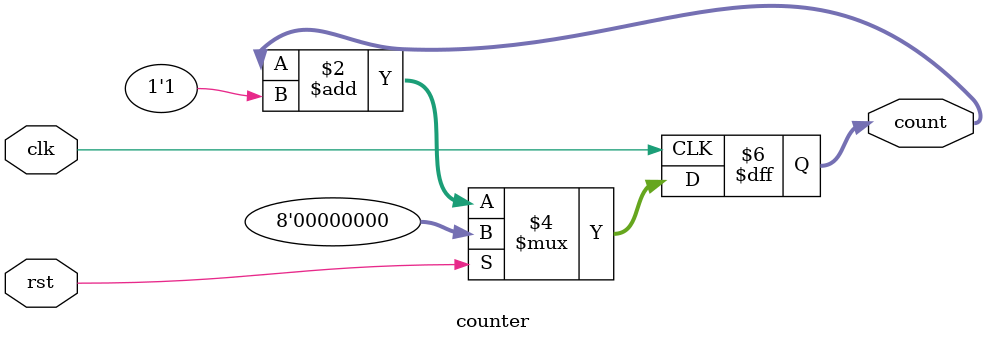
<source format=sv>
module counter #(
  parameter WIDTH = 8
)(
  // interface signals
  input  logic             clk,      // clock
  input  logic             rst,      // reset
  output logic [WIDTH-1:0] count     // count output
);

always_ff @ (posedge clk)
  if (rst) count <= {WIDTH{1'b0}};
  else count <= count + 1'b1;
endmodule

</source>
